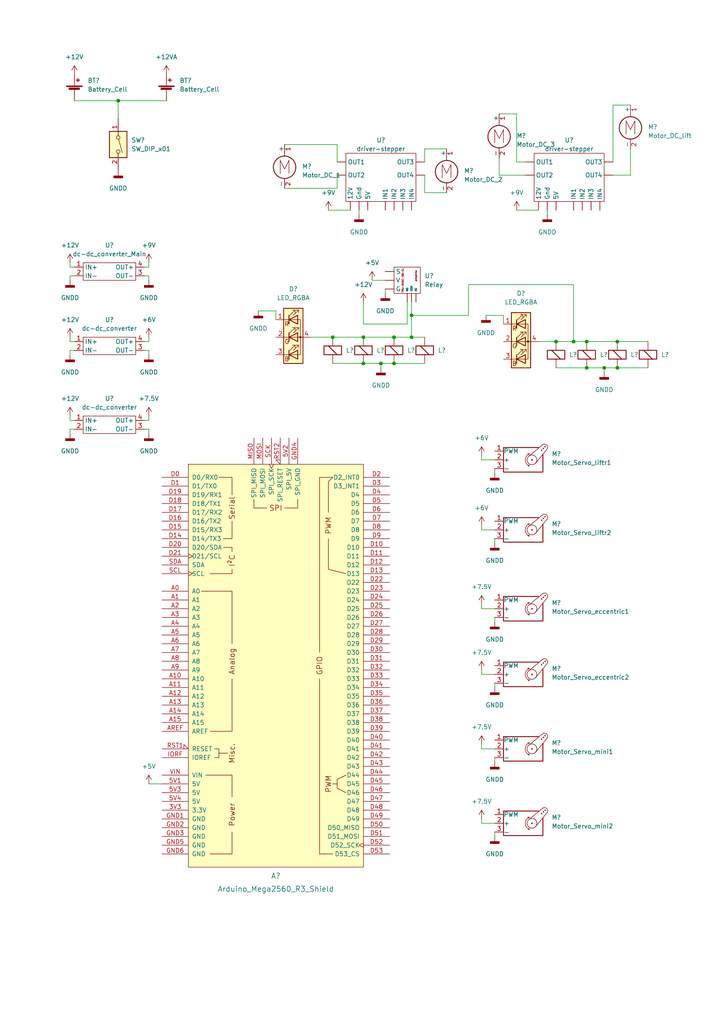
<source format=kicad_sch>
(kicad_sch (version 20211123) (generator eeschema)
  (paper "A4" portrait)
  (lib_symbols
    (symbol "Device:Battery_Cell" (pin_numbers hide) (pin_names (offset 0) hide)
      (property "Reference" "BT" (at 2.54 2.54 0))
      (property "Value" "Battery_Cell" (at 2.54 0 0))
      (symbol "Battery_Cell_0_1"
        (rectangle (start -2.286 1.778) (end 2.286 1.524) (fill (type outline)))
        (rectangle (start -1.5748 1.1938) (end 1.4732 0.6858) (fill (type outline)))
        (polyline (pts (xy 0 0.762) (xy 0 0)))
        (polyline (pts (xy 0 1.778) (xy 0 2.54)))
        (polyline (pts (xy 0.508 3.429) (xy 1.524 3.429)) (stroke (width 0.254)))
        (polyline (pts (xy 1.016 3.937) (xy 1.016 2.921)) (stroke (width 0.254)))
      )
      (symbol "Battery_Cell_1_1"
        (pin passive line (at 0 5.08 270) (length 2.54) (name "+") (number "1"))
        (pin passive line (at 0 -2.54 90) (length 2.54) (name "-") (number "2"))
      )
    )
    (symbol "Device:ElectromagneticActor" (pin_numbers hide) (pin_names (offset 0.0254) hide)
      (property "Reference" "L" (at 1.27 3.81 0))
      (property "Value" "ElectromagneticActor" (at 1.27 -1.27 0))
      (symbol "ElectromagneticActor_0_1"
        (rectangle (start -2.54 2.54) (end 2.54 0) (stroke (width 0.254)))
        (polyline (pts (xy -1.27 2.54) (xy 1.27 0)) (stroke (width 0.254)))
      )
      (symbol "ElectromagneticActor_1_1"
        (pin passive line (at 0 5.08 270) (length 2.54) (name "-") (number "1"))
        (pin passive line (at 0 -2.54 90) (length 2.54) (name "+") (number "2"))
      )
    )
    (symbol "Device:LED_RGBA" (pin_names (offset 0) hide)
      (property "Reference" "D" (at 0 9.398 0))
      (property "Value" "LED_RGBA" (at 0 -8.89 0))
      (symbol "LED_RGBA_0_0"
        (text "B" (at -1.905 -6.35 0) (effects (font (size 1.27 1.27))))
        (text "G" (at -1.905 -1.27 0) (effects (font (size 1.27 1.27))))
        (text "R" (at -1.905 3.81 0) (effects (font (size 1.27 1.27))))
      )
      (symbol "LED_RGBA_0_1"
        (polyline (pts (xy -1.27 -5.08) (xy -2.54 -5.08)))
        (polyline (pts (xy -1.27 -5.08) (xy 1.27 -5.08)))
        (polyline (pts (xy -1.27 -3.81) (xy -1.27 -6.35)) (stroke (width 0.254)))
        (polyline (pts (xy -1.27 0) (xy -2.54 0)))
        (polyline (pts (xy -1.27 1.27) (xy -1.27 -1.27)) (stroke (width 0.254)))
        (polyline (pts (xy -1.27 5.08) (xy -2.54 5.08)))
        (polyline (pts (xy -1.27 5.08) (xy 1.27 5.08)))
        (polyline (pts (xy -1.27 6.35) (xy -1.27 3.81)) (stroke (width 0.254)))
        (polyline (pts (xy 1.27 0) (xy -1.27 0)))
        (polyline (pts (xy 1.27 0) (xy 2.54 0)))
        (polyline (pts (xy -1.27 1.27) (xy -1.27 -1.27) (xy -1.27 -1.27)))
        (polyline (pts (xy -1.27 6.35) (xy -1.27 3.81) (xy -1.27 3.81)))
        (polyline (pts (xy 1.27 -5.08) (xy 2.032 -5.08) (xy 2.032 5.08) (xy 1.27 5.08)))
        (polyline (pts (xy 1.27 -3.81) (xy 1.27 -6.35) (xy -1.27 -5.08) (xy 1.27 -3.81)) (stroke (width 0.254)))
        (polyline (pts (xy 1.27 1.27) (xy 1.27 -1.27) (xy -1.27 0) (xy 1.27 1.27)) (stroke (width 0.254)))
        (polyline (pts (xy 1.27 6.35) (xy 1.27 3.81) (xy -1.27 5.08) (xy 1.27 6.35)) (stroke (width 0.254)))
        (polyline (pts (xy -1.016 -3.81) (xy 0.508 -2.286) (xy -0.254 -2.286) (xy 0.508 -2.286) (xy 0.508 -3.048)))
        (polyline (pts (xy -1.016 1.27) (xy 0.508 2.794) (xy -0.254 2.794) (xy 0.508 2.794) (xy 0.508 2.032)))
        (polyline (pts (xy -1.016 6.35) (xy 0.508 7.874) (xy -0.254 7.874) (xy 0.508 7.874) (xy 0.508 7.112)))
        (polyline (pts (xy 0 -3.81) (xy 1.524 -2.286) (xy 0.762 -2.286) (xy 1.524 -2.286) (xy 1.524 -3.048)))
        (polyline (pts (xy 0 1.27) (xy 1.524 2.794) (xy 0.762 2.794) (xy 1.524 2.794) (xy 1.524 2.032)))
        (polyline (pts (xy 0 6.35) (xy 1.524 7.874) (xy 0.762 7.874) (xy 1.524 7.874) (xy 1.524 7.112)))
        (rectangle (start 1.27 -1.27) (end 1.27 1.27))
        (rectangle (start 1.27 1.27) (end 1.27 1.27))
        (rectangle (start 1.27 3.81) (end 1.27 6.35))
        (rectangle (start 1.27 6.35) (end 1.27 6.35))
        (circle (center 2.032 0) (radius 0.254) (fill (type outline)))
        (rectangle (start 2.794 8.382) (end -2.794 -7.62) (stroke (width 0.254)) (fill (type background)))
      )
      (symbol "LED_RGBA_1_1"
        (pin passive line (at -5.08 5.08 0) (length 2.54) (name "RK") (number "1"))
        (pin passive line (at -5.08 0 0) (length 2.54) (name "GK") (number "2"))
        (pin passive line (at -5.08 -5.08 0) (length 2.54) (name "BK") (number "3"))
        (pin passive line (at 5.08 0 180) (length 2.54) (name "A") (number "4"))
      )
    )
    (symbol "Motor:Motor_DC" (pin_names (offset 0))
      (property "Reference" "M" (at 2.54 2.54 0))
      (property "Value" "Motor_DC" (at 2.54 -5.08 0))
      (symbol "Motor_DC_0_0"
        (polyline (pts (xy -1.27 -3.302) (xy -1.27 0.508) (xy 0 -2.032) (xy 1.27 0.508) (xy 1.27 -3.302)))
      )
      (symbol "Motor_DC_0_1"
        (circle (center 0 -1.524) (radius 3.2512) (stroke (width 0.254)))
        (polyline (pts (xy 0 -7.62) (xy 0 -7.112)))
        (polyline (pts (xy 0 -4.7752) (xy 0 -5.1816)))
        (polyline (pts (xy 0 1.7272) (xy 0 2.0828)))
        (polyline (pts (xy 0 2.032) (xy 0 2.54)))
      )
      (symbol "Motor_DC_1_1"
        (pin passive line (at 0 5.08 270) (length 2.54) (name "+") (number "1"))
        (pin passive line (at 0 -7.62 90) (length 2.54) (name "-") (number "2"))
      )
    )
    (symbol "Motor:Motor_Servo" (pin_names (offset 0.0254))
      (property "Reference" "M" (at -5.08 4.445 0))
      (property "Value" "Motor_Servo" (at -5.08 -4.064 0))
      (symbol "Motor_Servo_0_1"
        (polyline (pts (xy 2.413 -1.778) (xy 2.032 -1.778)))
        (polyline (pts (xy 2.413 -1.778) (xy 2.286 -1.397)))
        (polyline (pts (xy 2.413 1.778) (xy 1.905 1.778)))
        (polyline (pts (xy 2.413 1.778) (xy 2.286 1.397)))
        (polyline (pts (xy 6.35 4.445) (xy 2.54 1.27)))
        (polyline (pts (xy 7.62 3.175) (xy 4.191 -1.016)))
        (polyline (pts (xy 5.08 3.556) (xy -5.08 3.556) (xy -5.08 -3.556) (xy 6.35 -3.556) (xy 6.35 1.524)) (stroke (width 0.254)))
        (arc (start 2.413 1.778) (mid 1.2406 0) (end 2.413 -1.778))
        (circle (center 3.175 0) (radius 0.1778))
        (circle (center 3.175 0) (radius 1.4224))
        (circle (center 5.969 2.794) (radius 0.127))
        (circle (center 6.477 3.302) (radius 0.127))
        (circle (center 6.985 3.81) (radius 0.127))
        (arc (start 7.62 3.175) (mid 7.4485 4.2735) (end 6.35 4.445))
      )
      (symbol "Motor_Servo_1_1"
        (pin passive line (at -7.62 2.54 0) (length 2.54) (name "PWM") (number "1"))
        (pin passive line (at -7.62 0 0) (length 2.54) (name "+") (number "2"))
        (pin passive line (at -7.62 -2.54 0) (length 2.54) (name "-") (number "3"))
      )
    )
    (symbol "New_Library:driver-stepper"
      (property "Reference" "U" (at 0 0 0))
      (property "Value" "driver-stepper" (at 0 0 0))
      (symbol "driver-stepper_0_1"
        (rectangle (start -8.89 -1.27) (end 11.43 -15.24))
      )
      (symbol "driver-stepper_1_1"
        (pin input line (at -7.62 -17.78 90) (length 2.54) (name "12V") (number ""))
        (pin input line (at -2.54 -17.78 90) (length 2.54) (name "5V") (number ""))
        (pin input line (at -5.08 -17.78 90) (length 2.54) (name "Gnd") (number ""))
        (pin input line (at 2.54 -17.78 90) (length 2.54) (name "IN1") (number ""))
        (pin input line (at 5.08 -17.78 90) (length 2.54) (name "IN2") (number ""))
        (pin input line (at 7.62 -17.78 90) (length 2.54) (name "IN3") (number ""))
        (pin input line (at 10.16 -17.78 90) (length 2.54) (name "IN4") (number ""))
        (pin output line (at -11.43 -3.81 0) (length 2.54) (name "OUT1") (number ""))
        (pin output line (at -11.43 -7.62 0) (length 2.54) (name "OUT2") (number ""))
        (pin output line (at 13.97 -3.81 180) (length 2.54) (name "OUT3") (number ""))
        (pin output line (at 13.97 -7.62 180) (length 2.54) (name "OUT4") (number ""))
      )
    )
    (symbol "Switch:SW_DIP_x01" (pin_names (offset 0) hide)
      (property "Reference" "SW" (at 0 3.81 0))
      (property "Value" "SW_DIP_x01" (at 0 -3.81 0))
      (symbol "SW_DIP_x01_0_0"
        (circle (center -2.032 0) (radius 0.508))
        (polyline (pts (xy -1.524 0.127) (xy 2.3622 1.1684)))
        (circle (center 2.032 0) (radius 0.508))
      )
      (symbol "SW_DIP_x01_0_1"
        (rectangle (start -3.81 2.54) (end 3.81 -2.54) (stroke (width 0.254)) (fill (type background)))
      )
      (symbol "SW_DIP_x01_1_1"
        (pin passive line (at -7.62 0 0) (length 5.08) (name "~") (number "1"))
        (pin passive line (at 7.62 0 180) (length 5.08) (name "~") (number "2"))
      )
    )
    (symbol "arduino-library:Arduino_Mega2560_R3_Shield" (pin_names (offset 1.016))
      (property "Reference" "A" (at 0 -62.23 0))
      (property "Value" "Arduino_Mega2560_R3_Shield" (at 0 -66.04 0))
      (symbol "Arduino_Mega2560_R3_Shield_0_0"
        (rectangle (start -25.4 -58.42) (end 25.4 58.42) (fill (type background)))
        (rectangle (start -20.32 -31.75) (end -12.7 -31.75))
        (rectangle (start -19.05 -54.61) (end -12.7 -54.61))
        (rectangle (start -19.05 -19.05) (end -12.7 -19.05))
        (rectangle (start -19.05 26.67) (end -12.7 26.67))
        (rectangle (start -17.78 -26.67) (end -16.51 -26.67))
        (rectangle (start -17.78 -24.13) (end -16.51 -24.13))
        (rectangle (start -16.51 -25.4) (end -13.97 -25.4))
        (rectangle (start -16.51 -24.13) (end -16.51 -26.67))
        (rectangle (start -16.51 54.61) (end -12.7 54.61))
        (rectangle (start -15.24 34.29) (end -12.7 34.29))
        (rectangle (start -15.24 36.83) (end -12.7 36.83))
        (rectangle (start -12.7 -54.61) (end -12.7 -48.26))
        (rectangle (start -12.7 -31.75) (end -12.7 -38.1))
        (rectangle (start -12.7 26.67) (end -12.7 27.94))
        (rectangle (start -12.7 34.29) (end -12.7 33.02))
        (rectangle (start -12.7 41.91) (end -12.7 36.83))
        (rectangle (start -12.7 49.53) (end -12.7 54.61))
        (rectangle (start -6.35 48.26) (end -6.35 45.72))
        (rectangle (start -2.54 45.72) (end -6.35 45.72))
        (polyline (pts (xy -21.59 21.59) (xy -12.7 21.59)))
        (polyline (pts (xy -12.7 -19.05) (xy -12.7 -3.81)))
        (polyline (pts (xy -12.7 6.35) (xy -12.7 21.59)))
        (polyline (pts (xy 12.7 -54.61) (xy 16.51 -54.61)))
        (polyline (pts (xy 12.7 54.61) (xy 16.51 54.61)))
        (polyline (pts (xy 17.78 -34.29) (xy 16.51 -34.29)))
        (polyline (pts (xy 15.24 36.83) (xy 15.24 27.94) (xy 20.32 26.67)))
        (polyline (pts (xy 15.24 44.45) (xy 15.24 53.34) (xy 16.51 54.61)))
        (polyline (pts (xy 20.32 -31.75) (xy 17.78 -33.02) (xy 17.78 -35.56) (xy 20.32 -36.83)))
        (rectangle (start 6.35 45.72) (end 2.54 45.72))
        (rectangle (start 6.35 48.26) (end 6.35 45.72))
        (text "Analog" (at -12.7 1.27 900) (effects (font (size 1.524 1.524))))
        (text "I²C" (at -12.7 30.48 900) (effects (font (size 1.524 1.524))))
        (text "Misc." (at -12.7 -25.4 900) (effects (font (size 1.524 1.524))))
        (text "Power" (at -12.7 -43.18 900) (effects (font (size 1.524 1.524))))
        (text "PWM" (at 15.24 -34.29 900) (effects (font (size 1.524 1.524))))
        (text "PWM" (at 15.24 40.64 900) (effects (font (size 1.524 1.524))))
        (text "Serial" (at -12.7 45.72 900) (effects (font (size 1.524 1.524))))
        (text "SPI" (at 0 45.72 0) (effects (font (size 1.524 1.524))))
      )
      (symbol "Arduino_Mega2560_R3_Shield_1_0"
        (rectangle (start 12.7 -54.61) (end 12.7 -3.81))
        (rectangle (start 12.7 54.61) (end 12.7 3.81))
        (text "GPIO" (at 12.7 0 900) (effects (font (size 1.524 1.524))))
      )
      (symbol "Arduino_Mega2560_R3_Shield_1_1"
        (pin power_out line (at -33.02 -41.91 0) (length 7.62) (name "3.3V") (number "3V3"))
        (pin power_in line (at -33.02 -34.29 0) (length 7.62) (name "5V") (number "5V1"))
        (pin power_in line (at 3.81 66.04 270) (length 7.62) (name "SPI_5V") (number "5V2"))
        (pin power_in line (at -33.02 -36.83 0) (length 7.62) (name "5V") (number "5V3"))
        (pin power_in line (at -33.02 -39.37 0) (length 7.62) (name "5V") (number "5V4"))
        (pin bidirectional line (at -33.02 21.59 0) (length 7.62) (name "A0") (number "A0"))
        (pin bidirectional line (at -33.02 19.05 0) (length 7.62) (name "A1") (number "A1"))
        (pin bidirectional line (at -33.02 -3.81 0) (length 7.62) (name "A10") (number "A10"))
        (pin bidirectional line (at -33.02 -6.35 0) (length 7.62) (name "A11") (number "A11"))
        (pin bidirectional line (at -33.02 -8.89 0) (length 7.62) (name "A12") (number "A12"))
        (pin bidirectional line (at -33.02 -11.43 0) (length 7.62) (name "A13") (number "A13"))
        (pin bidirectional line (at -33.02 -13.97 0) (length 7.62) (name "A14") (number "A14"))
        (pin bidirectional line (at -33.02 -16.51 0) (length 7.62) (name "A15") (number "A15"))
        (pin bidirectional line (at -33.02 16.51 0) (length 7.62) (name "A2") (number "A2"))
        (pin bidirectional line (at -33.02 13.97 0) (length 7.62) (name "A3") (number "A3"))
        (pin bidirectional line (at -33.02 11.43 0) (length 7.62) (name "A4") (number "A4"))
        (pin bidirectional line (at -33.02 8.89 0) (length 7.62) (name "A5") (number "A5"))
        (pin bidirectional line (at -33.02 6.35 0) (length 7.62) (name "A6") (number "A6"))
        (pin bidirectional line (at -33.02 3.81 0) (length 7.62) (name "A7") (number "A7"))
        (pin bidirectional line (at -33.02 1.27 0) (length 7.62) (name "A8") (number "A8"))
        (pin bidirectional line (at -33.02 -1.27 0) (length 7.62) (name "A9") (number "A9"))
        (pin input line (at -33.02 -19.05 0) (length 7.62) (name "AREF") (number "AREF"))
        (pin bidirectional line (at -33.02 54.61 0) (length 7.62) (name "D0/RX0") (number "D0"))
        (pin bidirectional line (at -33.02 52.07 0) (length 7.62) (name "D1/TX0") (number "D1"))
        (pin bidirectional line (at 33.02 34.29 180) (length 7.62) (name "D10") (number "D10"))
        (pin bidirectional line (at 33.02 31.75 180) (length 7.62) (name "D11") (number "D11"))
        (pin bidirectional line (at 33.02 29.21 180) (length 7.62) (name "D12") (number "D12"))
        (pin bidirectional line (at 33.02 26.67 180) (length 7.62) (name "D13") (number "D13"))
        (pin bidirectional line (at -33.02 36.83 0) (length 7.62) (name "D14/TX3") (number "D14"))
        (pin bidirectional line (at -33.02 39.37 0) (length 7.62) (name "D15/RX3") (number "D15"))
        (pin bidirectional line (at -33.02 41.91 0) (length 7.62) (name "D16/TX2") (number "D16"))
        (pin bidirectional line (at -33.02 44.45 0) (length 7.62) (name "D17/RX2") (number "D17"))
        (pin bidirectional line (at -33.02 46.99 0) (length 7.62) (name "D18/TX1") (number "D18"))
        (pin bidirectional line (at -33.02 49.53 0) (length 7.62) (name "D19/RX1") (number "D19"))
        (pin bidirectional line (at 33.02 54.61 180) (length 7.62) (name "D2_INT0") (number "D2"))
        (pin bidirectional line (at -33.02 34.29 0) (length 7.62) (name "D20/SDA") (number "D20"))
        (pin bidirectional clock (at -33.02 31.75 0) (length 7.62) (name "D21/SCL") (number "D21"))
        (pin bidirectional line (at 33.02 24.13 180) (length 7.62) (name "D22") (number "D22"))
        (pin bidirectional line (at 33.02 21.59 180) (length 7.62) (name "D23") (number "D23"))
        (pin bidirectional line (at 33.02 19.05 180) (length 7.62) (name "D24") (number "D24"))
        (pin bidirectional line (at 33.02 16.51 180) (length 7.62) (name "D25") (number "D25"))
        (pin bidirectional line (at 33.02 13.97 180) (length 7.62) (name "D26") (number "D26"))
        (pin bidirectional line (at 33.02 11.43 180) (length 7.62) (name "D27") (number "D27"))
        (pin bidirectional line (at 33.02 8.89 180) (length 7.62) (name "D28") (number "D28"))
        (pin bidirectional line (at 33.02 6.35 180) (length 7.62) (name "D29") (number "D29"))
        (pin bidirectional line (at 33.02 52.07 180) (length 7.62) (name "D3_INT1") (number "D3"))
        (pin bidirectional line (at 33.02 3.81 180) (length 7.62) (name "D30") (number "D30"))
        (pin bidirectional line (at 33.02 1.27 180) (length 7.62) (name "D31") (number "D31"))
        (pin bidirectional line (at 33.02 -1.27 180) (length 7.62) (name "D32") (number "D32"))
        (pin bidirectional line (at 33.02 -3.81 180) (length 7.62) (name "D33") (number "D33"))
        (pin bidirectional line (at 33.02 -6.35 180) (length 7.62) (name "D34") (number "D34"))
        (pin bidirectional line (at 33.02 -8.89 180) (length 7.62) (name "D35") (number "D35"))
        (pin bidirectional line (at 33.02 -11.43 180) (length 7.62) (name "D36") (number "D36"))
        (pin bidirectional line (at 33.02 -13.97 180) (length 7.62) (name "D37") (number "D37"))
        (pin bidirectional line (at 33.02 -16.51 180) (length 7.62) (name "D38") (number "D38"))
        (pin bidirectional line (at 33.02 -19.05 180) (length 7.62) (name "D39") (number "D39"))
        (pin bidirectional line (at 33.02 49.53 180) (length 7.62) (name "D4") (number "D4"))
        (pin bidirectional line (at 33.02 -21.59 180) (length 7.62) (name "D40") (number "D40"))
        (pin bidirectional line (at 33.02 -24.13 180) (length 7.62) (name "D41") (number "D41"))
        (pin bidirectional line (at 33.02 -26.67 180) (length 7.62) (name "D42") (number "D42"))
        (pin bidirectional line (at 33.02 -29.21 180) (length 7.62) (name "D43") (number "D43"))
        (pin bidirectional line (at 33.02 -31.75 180) (length 7.62) (name "D44") (number "D44"))
        (pin bidirectional line (at 33.02 -34.29 180) (length 7.62) (name "D45") (number "D45"))
        (pin bidirectional line (at 33.02 -36.83 180) (length 7.62) (name "D46") (number "D46"))
        (pin bidirectional line (at 33.02 -39.37 180) (length 7.62) (name "D47") (number "D47"))
        (pin bidirectional line (at 33.02 -41.91 180) (length 7.62) (name "D48") (number "D48"))
        (pin bidirectional line (at 33.02 -44.45 180) (length 7.62) (name "D49") (number "D49"))
        (pin bidirectional line (at 33.02 46.99 180) (length 7.62) (name "D5") (number "D5"))
        (pin bidirectional line (at 33.02 -46.99 180) (length 7.62) (name "D50_MISO") (number "D50"))
        (pin bidirectional line (at 33.02 -49.53 180) (length 7.62) (name "D51_MOSI") (number "D51"))
        (pin bidirectional clock (at 33.02 -52.07 180) (length 7.62) (name "D52_SCK") (number "D52"))
        (pin bidirectional line (at 33.02 -54.61 180) (length 7.62) (name "D53_CS") (number "D53"))
        (pin bidirectional line (at 33.02 44.45 180) (length 7.62) (name "D6") (number "D6"))
        (pin bidirectional line (at 33.02 41.91 180) (length 7.62) (name "D7") (number "D7"))
        (pin bidirectional line (at 33.02 39.37 180) (length 7.62) (name "D8") (number "D8"))
        (pin bidirectional line (at 33.02 36.83 180) (length 7.62) (name "D9") (number "D9"))
        (pin power_in line (at -33.02 -44.45 0) (length 7.62) (name "GND") (number "GND1"))
        (pin power_in line (at -33.02 -46.99 0) (length 7.62) (name "GND") (number "GND2"))
        (pin power_in line (at -33.02 -49.53 0) (length 7.62) (name "GND") (number "GND3"))
        (pin power_in line (at 6.35 66.04 270) (length 7.62) (name "SPI_GND") (number "GND4"))
        (pin power_in line (at -33.02 -52.07 0) (length 7.62) (name "GND") (number "GND5"))
        (pin power_in line (at -33.02 -54.61 0) (length 7.62) (name "GND") (number "GND6"))
        (pin output line (at -33.02 -26.67 0) (length 7.62) (name "IOREF") (number "IORF"))
        (pin input line (at -6.35 66.04 270) (length 7.62) (name "SPI_MISO") (number "MISO"))
        (pin output line (at -3.81 66.04 270) (length 7.62) (name "SPI_MOSI") (number "MOSI"))
        (pin open_collector input_low (at -33.02 -24.13 0) (length 7.62) (name "RESET") (number "RST1"))
        (pin open_collector input_low (at 1.27 66.04 270) (length 7.62) (name "SPI_RESET") (number "RST2"))
        (pin output clock (at -1.27 66.04 270) (length 7.62) (name "SPI_SCK") (number "SCK"))
        (pin bidirectional clock (at -33.02 26.67 0) (length 7.62) (name "SCL") (number "SCL"))
        (pin bidirectional line (at -33.02 29.21 0) (length 7.62) (name "SDA") (number "SDA"))
        (pin power_in line (at -33.02 -31.75 0) (length 7.62) (name "VIN") (number "VIN"))
      )
    )
    (symbol "dc-dc_converter:dc-dc_converter"
      (property "Reference" "U" (at 0 0 0))
      (property "Value" "dc-dc_converter" (at 0 0 0))
      (symbol "dc-dc_converter_0_1"
        (rectangle (start -7.62 -7.62) (end 7.62 -2.54))
      )
      (symbol "dc-dc_converter_1_1"
        (pin input line (at -10.16 -3.81 0) (length 2.54) (name "IN+") (number "1"))
        (pin input line (at -10.16 -6.35 0) (length 2.54) (name "IN-") (number "2"))
        (pin output line (at 10.16 -6.35 180) (length 2.54) (name "OUT-") (number "3"))
        (pin output line (at 10.16 -3.81 180) (length 2.54) (name "OUT+") (number "4"))
      )
    )
    (symbol "power:+12V" (power) (pin_names (offset 0))
      (property "Value" "+12V" (at 0 3.556 0))
      (symbol "+12V_0_1"
        (polyline (pts (xy -0.762 1.27) (xy 0 2.54)))
        (polyline (pts (xy 0 0) (xy 0 2.54)))
        (polyline (pts (xy 0 2.54) (xy 0.762 1.27)))
      )
      (symbol "+12V_1_1"
        (pin power_in line (at 0 0 90) (length 0) hide (name "+12V") (number "1"))
      )
    )
    (symbol "power:+12VA" (power) (pin_names (offset 0))
      (property "Value" "+12VA" (at 0 3.556 0))
      (symbol "+12VA_0_1"
        (polyline (pts (xy -0.762 1.27) (xy 0 2.54)))
        (polyline (pts (xy 0 0) (xy 0 2.54)))
        (polyline (pts (xy 0 2.54) (xy 0.762 1.27)))
      )
      (symbol "+12VA_1_1"
        (pin power_in line (at 0 0 90) (length 0) hide (name "+12VA") (number "1"))
      )
    )
    (symbol "power:+5V" (power) (pin_names (offset 0))
      (property "Value" "+5V" (at 0 3.556 0))
      (symbol "+5V_0_1"
        (polyline (pts (xy -0.762 1.27) (xy 0 2.54)))
        (polyline (pts (xy 0 0) (xy 0 2.54)))
        (polyline (pts (xy 0 2.54) (xy 0.762 1.27)))
      )
      (symbol "+5V_1_1"
        (pin power_in line (at 0 0 90) (length 0) hide (name "+5V") (number "1"))
      )
    )
    (symbol "power:+6V" (power) (pin_names (offset 0))
      (property "Value" "+6V" (at 0 3.556 0))
      (symbol "+6V_0_1"
        (polyline (pts (xy -0.762 1.27) (xy 0 2.54)))
        (polyline (pts (xy 0 0) (xy 0 2.54)))
        (polyline (pts (xy 0 2.54) (xy 0.762 1.27)))
      )
      (symbol "+6V_1_1"
        (pin power_in line (at 0 0 90) (length 0) hide (name "+6V") (number "1"))
      )
    )
    (symbol "power:+7.5V" (power) (pin_names (offset 0))
      (property "Value" "+7.5V" (at 0 3.556 0))
      (symbol "+7.5V_0_1"
        (polyline (pts (xy -0.762 1.27) (xy 0 2.54)))
        (polyline (pts (xy 0 0) (xy 0 2.54)))
        (polyline (pts (xy 0 2.54) (xy 0.762 1.27)))
      )
      (symbol "+7.5V_1_1"
        (pin power_in line (at 0 0 90) (length 0) hide (name "+7.5V") (number "1"))
      )
    )
    (symbol "power:+9V" (power) (pin_names (offset 0))
      (property "Value" "+9V" (at 0 3.556 0))
      (symbol "+9V_0_1"
        (polyline (pts (xy -0.762 1.27) (xy 0 2.54)))
        (polyline (pts (xy 0 0) (xy 0 2.54)))
        (polyline (pts (xy 0 2.54) (xy 0.762 1.27)))
      )
      (symbol "+9V_1_1"
        (pin power_in line (at 0 0 90) (length 0) hide (name "+9V") (number "1"))
      )
    )
    (symbol "power:GNDD" (power) (pin_names (offset 0))
      (property "Value" "GNDD" (at 0 -3.175 0))
      (symbol "GNDD_0_1"
        (rectangle (start -1.27 -1.524) (end 1.27 -2.032) (stroke (width 0.254)) (fill (type outline)))
        (polyline (pts (xy 0 0) (xy 0 -1.524)))
      )
      (symbol "GNDD_1_1"
        (pin power_in line (at 0 0 270) (length 0) hide (name "GNDD") (number "1"))
      )
    )
    (symbol "predprof:Relay"
      (property "Reference" "U" (at 0 0 0))
      (property "Value" "Relay" (at 0 0 0))
      (symbol "Relay_0_0"
        (text "amperka" (at 1.27 2.54 0) (effects (font (size 0.5 0.5) italic)))
        (text "TRU-5VDC-SB-CL" (at 0 6.35 0) (effects (font (size 0.5 0.5))))
      )
      (symbol "Relay_0_1"
        (rectangle (start -3.81 8.89) (end 3.81 1.27))
      )
      (symbol "Relay_1_1"
        (pin output line (at -6.35 3.81 0) (length 2.54) (name "COM") (number ""))
        (pin input line (at -2.54 11.43 270) (length 2.54) (name "G") (number ""))
        (pin output line (at -6.35 2.54 0) (length 2.54) (name "NC") (number ""))
        (pin output line (at -6.35 5.08 0) (length 2.54) (name "NO") (number ""))
        (pin input line (at 2.54 11.43 270) (length 2.54) (name "S") (number ""))
        (pin input line (at 0 11.43 270) (length 2.54) (name "V") (number ""))
      )
    )
  )
  (junction (at 179.07 106.68))
  (junction (at 166.37 99.06))
  (junction (at 96.52 97.79))
  (junction (at 119.38 97.79))
  (junction (at 114.3 97.79))
  (junction (at 110.49 105.41))
  (junction (at 175.26 106.68))
  (junction (at 105.41 105.41))
  (junction (at 34.29 29.21))
  (junction (at 105.41 97.79))
  (junction (at 114.3 105.41))
  (junction (at 161.29 99.06))
  (junction (at 179.07 99.06))
  (junction (at 170.18 99.06))
  (junction (at 170.18 106.68))
  (junction (at 119.38 91.44))
  (wire (pts (xy 119.38 87.63) (xy 119.38 91.44)))
  (wire (pts (xy 143.51 179.07) (xy 143.51 180.34)))
  (wire (pts (xy 135.89 82.55) (xy 166.37 82.55)))
  (wire (pts (xy 110.49 105.41) (xy 110.49 106.68)))
  (wire (pts (xy 96.52 97.79) (xy 105.41 97.79)))
  (wire (pts (xy 175.26 106.68) (xy 175.26 107.95)))
  (wire (pts (xy 139.7 217.17) (xy 143.51 217.17)))
  (wire (pts (xy 97.79 41.91) (xy 82.55 41.91)))
  (wire (pts (xy 20.32 101.6) (xy 20.32 102.87)))
  (wire (pts (xy 21.59 99.06) (xy 20.32 99.06)))
  (wire (pts (xy 143.51 198.12) (xy 143.51 199.39)))
  (wire (pts (xy 41.91 99.06) (xy 43.18 99.06)))
  (wire (pts (xy 20.32 77.47) (xy 20.32 76.2)))
  (wire (pts (xy 161.29 99.06) (xy 166.37 99.06)))
  (wire (pts (xy 105.41 97.79) (xy 114.3 97.79)))
  (wire (pts (xy 43.18 80.01) (xy 41.91 80.01)))
  (wire (pts (xy 143.51 156.21) (xy 143.51 157.48)))
  (wire (pts (xy 139.7 153.67) (xy 143.51 153.67)))
  (wire (pts (xy 21.59 121.92) (xy 20.32 121.92)))
  (wire (pts (xy 20.32 124.46) (xy 20.32 125.73)))
  (wire (pts (xy 21.59 101.6) (xy 20.32 101.6)))
  (wire (pts (xy 175.26 106.68) (xy 179.07 106.68)))
  (wire (pts (xy 139.7 152.4) (xy 139.7 153.67)))
  (wire (pts (xy 123.19 43.18) (xy 129.54 43.18)))
  (wire (pts (xy 123.19 46.99) (xy 123.19 43.18)))
  (wire (pts (xy 97.79 54.61) (xy 82.55 54.61)))
  (wire (pts (xy 104.14 60.96) (xy 104.14 62.23)))
  (wire (pts (xy 20.32 80.01) (xy 20.32 81.28)))
  (wire (pts (xy 96.52 105.41) (xy 105.41 105.41)))
  (wire (pts (xy 110.49 105.41) (xy 114.3 105.41)))
  (wire (pts (xy 80.01 90.17) (xy 80.01 92.71)))
  (wire (pts (xy 139.7 195.58) (xy 143.51 195.58)))
  (wire (pts (xy 123.19 50.8) (xy 123.19 55.88)))
  (wire (pts (xy 43.18 124.46) (xy 43.18 125.73)))
  (wire (pts (xy 114.3 97.79) (xy 119.38 97.79)))
  (wire (pts (xy 21.59 77.47) (xy 20.32 77.47)))
  (wire (pts (xy 105.41 105.41) (xy 110.49 105.41)))
  (wire (pts (xy 119.38 91.44) (xy 119.38 97.79)))
  (wire (pts (xy 118.11 87.63) (xy 118.11 93.98)))
  (wire (pts (xy 143.51 219.71) (xy 143.51 220.98)))
  (wire (pts (xy 143.51 135.89) (xy 143.51 137.16)))
  (wire (pts (xy 161.29 106.68) (xy 170.18 106.68)))
  (wire (pts (xy 21.59 80.01) (xy 20.32 80.01)))
  (wire (pts (xy 139.7 215.9) (xy 139.7 217.17)))
  (wire (pts (xy 119.38 91.44) (xy 135.89 91.44)))
  (wire (pts (xy 43.18 124.46) (xy 41.91 124.46)))
  (wire (pts (xy 149.86 46.99) (xy 149.86 33.02)))
  (wire (pts (xy 143.51 241.3) (xy 143.51 242.57)))
  (wire (pts (xy 139.7 237.49) (xy 139.7 238.76)))
  (wire (pts (xy 177.8 30.48) (xy 182.88 30.48)))
  (wire (pts (xy 177.8 50.8) (xy 182.88 50.8)))
  (wire (pts (xy 74.93 90.17) (xy 80.01 90.17)))
  (wire (pts (xy 105.41 93.98) (xy 105.41 87.63)))
  (wire (pts (xy 97.79 50.8) (xy 97.79 54.61)))
  (wire (pts (xy 177.8 46.99) (xy 177.8 30.48)))
  (wire (pts (xy 170.18 99.06) (xy 179.07 99.06)))
  (wire (pts (xy 139.7 238.76) (xy 143.51 238.76)))
  (wire (pts (xy 34.29 29.21) (xy 48.26 29.21)))
  (wire (pts (xy 21.59 29.21) (xy 34.29 29.21)))
  (wire (pts (xy 158.75 60.96) (xy 158.75 62.23)))
  (wire (pts (xy 156.21 99.06) (xy 161.29 99.06)))
  (wire (pts (xy 43.18 77.47) (xy 43.18 76.2)))
  (wire (pts (xy 140.97 91.44) (xy 146.05 91.44)))
  (wire (pts (xy 114.3 105.41) (xy 123.19 105.41)))
  (wire (pts (xy 21.59 124.46) (xy 20.32 124.46)))
  (wire (pts (xy 43.18 101.6) (xy 43.18 102.87)))
  (wire (pts (xy 139.7 176.53) (xy 143.51 176.53)))
  (wire (pts (xy 95.25 60.96) (xy 101.6 60.96)))
  (wire (pts (xy 43.18 101.6) (xy 41.91 101.6)))
  (wire (pts (xy 139.7 133.35) (xy 143.51 133.35)))
  (wire (pts (xy 166.37 82.55) (xy 166.37 99.06)))
  (wire (pts (xy 146.05 91.44) (xy 146.05 93.98)))
  (wire (pts (xy 135.89 91.44) (xy 135.89 82.55)))
  (wire (pts (xy 149.86 60.96) (xy 156.21 60.96)))
  (wire (pts (xy 179.07 106.68) (xy 187.96 106.68)))
  (wire (pts (xy 43.18 227.33) (xy 46.99 227.33)))
  (wire (pts (xy 166.37 99.06) (xy 170.18 99.06)))
  (wire (pts (xy 111.76 83.82) (xy 111.76 85.09)))
  (wire (pts (xy 139.7 194.31) (xy 139.7 195.58)))
  (wire (pts (xy 152.4 46.99) (xy 149.86 46.99)))
  (wire (pts (xy 43.18 99.06) (xy 43.18 97.79)))
  (wire (pts (xy 41.91 121.92) (xy 43.18 121.92)))
  (wire (pts (xy 170.18 106.68) (xy 175.26 106.68)))
  (wire (pts (xy 90.17 97.79) (xy 96.52 97.79)))
  (wire (pts (xy 139.7 175.26) (xy 139.7 176.53)))
  (wire (pts (xy 20.32 121.92) (xy 20.32 120.65)))
  (wire (pts (xy 20.32 99.06) (xy 20.32 97.79)))
  (wire (pts (xy 43.18 80.01) (xy 43.18 81.28)))
  (wire (pts (xy 182.88 50.8) (xy 182.88 43.18)))
  (wire (pts (xy 139.7 132.08) (xy 139.7 133.35)))
  (wire (pts (xy 179.07 99.06) (xy 187.96 99.06)))
  (wire (pts (xy 97.79 46.99) (xy 97.79 41.91)))
  (wire (pts (xy 118.11 93.98) (xy 105.41 93.98)))
  (wire (pts (xy 119.38 97.79) (xy 123.19 97.79)))
  (wire (pts (xy 149.86 33.02) (xy 144.78 33.02)))
  (wire (pts (xy 144.78 50.8) (xy 144.78 45.72)))
  (wire (pts (xy 41.91 77.47) (xy 43.18 77.47)))
  (wire (pts (xy 107.95 81.28) (xy 111.76 81.28)))
  (wire (pts (xy 43.18 121.92) (xy 43.18 120.65)))
  (wire (pts (xy 152.4 50.8) (xy 144.78 50.8)))
  (wire (pts (xy 34.29 29.21) (xy 34.29 34.29)))
  (wire (pts (xy 123.19 55.88) (xy 129.54 55.88)))
  (symbol (lib_id "power:+7.5V") (at 139.7 194.31 0) (unit 1)
    (property "Reference" "#PWR?" (effects hide))
    (property "Value" "+7.5V" (at 139.7 189.23 0))
  )
  (symbol (lib_id "Device:ElectromagneticActor") (at 161.29 104.14 0) (unit 1)
    (property "Reference" "L?" (at 165.1 102.8699 0) (effects (justify left)))
    (property "Value" "ElectromagneticActor" (effects hide))
  )
  (symbol (lib_id "New_Library:driver-stepper") (at 163.83 43.18 0) (unit 1)
    (property "Reference" "U?" (at 165.1 40.64 0))
    (property "Value" "driver-stepper" (at 165.1 43.18 0))
  )
  (symbol (lib_id "power:+12V") (at 21.59 21.59 0) (unit 1)
    (property "Reference" "#PWR?" (effects hide))
    (property "Value" "+12V" (at 21.59 16.51 0))
  )
  (symbol (lib_id "Device:ElectromagneticActor") (at 179.07 104.14 0) (unit 1)
    (property "Reference" "L?" (at 182.88 102.8699 0) (effects (justify left)))
    (property "Value" "ElectromagneticActor" (effects hide))
  )
  (symbol (lib_id "power:GNDD") (at 34.29 49.53 0) (unit 1)
    (property "Reference" "#PWR?" (effects hide))
    (property "Value" "GNDD" (at 34.29 54.61 0))
  )
  (symbol (lib_id "Motor:Motor_Servo") (at 151.13 217.17 0) (unit 1)
    (property "Reference" "M?" (at 160.02 215.4665 0) (effects (justify left)))
    (property "Value" "Motor_Servo_mini1" (at 160.02 218.0065 0) (effects (justify left)))
    (property "Datasheet" "http://forums.parallax.com/uploads/attachments/46831/74481.png" (effects hide))
  )
  (symbol (lib_id "Device:ElectromagneticActor") (at 96.52 102.87 0) (unit 1)
    (property "Reference" "L?" (at 100.33 101.5999 0) (effects (justify left)))
    (property "Value" "ElectromagneticActor" (effects hide))
  )
  (symbol (lib_id "Device:ElectromagneticActor") (at 123.19 102.87 0) (unit 1)
    (property "Reference" "L?" (at 127 101.5999 0) (effects (justify left)))
    (property "Value" "ElectromagneticActor" (effects hide))
  )
  (symbol (lib_id "dc-dc_converter:dc-dc_converter") (at 31.75 73.66 0) (unit 1)
    (property "Reference" "U?" (at 31.75 71.12 0))
    (property "Value" "dc-dc_converter_Main" (at 31.75 73.66 0))
    (property "Footprint" "Eurobot_2025:dc-dc Mini360" (effects hide))
  )
  (symbol (lib_id "dc-dc_converter:dc-dc_converter") (at 31.75 118.11 0) (unit 1)
    (property "Reference" "U?" (at 31.75 115.57 0))
    (property "Value" "dc-dc_converter" (at 31.75 118.11 0))
    (property "Footprint" "Eurobot_2025:dc-dc Mini360" (effects hide))
  )
  (symbol (lib_id "power:+12V") (at 105.41 87.63 0) (unit 1)
    (property "Reference" "#PWR?" (effects hide))
    (property "Value" "+12V" (at 105.41 82.55 0))
  )
  (symbol (lib_id "power:GNDD") (at 43.18 102.87 0) (unit 1)
    (property "Reference" "#PWR?" (effects hide))
    (property "Value" "GNDD" (at 43.18 107.95 0))
  )
  (symbol (lib_id "power:+6V") (at 139.7 152.4 0) (unit 1)
    (property "Reference" "#PWR?" (effects hide))
    (property "Value" "+6V" (at 139.7 147.32 0))
  )
  (symbol (lib_id "power:+9V") (at 149.86 60.96 0) (unit 1)
    (property "Reference" "#PWR?" (effects hide))
    (property "Value" "+9V" (at 149.86 55.88 0))
  )
  (symbol (lib_id "power:+9V") (at 43.18 76.2 0) (unit 1)
    (property "Reference" "#PWR?" (effects hide))
    (property "Value" "+9V" (at 43.18 71.12 0))
  )
  (symbol (lib_id "Motor:Motor_DC") (at 82.55 46.99 0) (unit 1)
    (property "Reference" "M?" (at 87.63 48.2599 0) (effects (justify left)))
    (property "Value" "Motor_DC_1" (at 87.63 50.7999 0) (effects (justify left)))
  )
  (symbol (lib_id "power:GNDD") (at 143.51 220.98 0) (unit 1)
    (property "Reference" "#PWR?" (effects hide))
    (property "Value" "GNDD" (at 143.51 226.06 0))
  )
  (symbol (lib_id "Motor:Motor_Servo") (at 151.13 195.58 0) (unit 1)
    (property "Reference" "M?" (at 160.02 193.8765 0) (effects (justify left)))
    (property "Value" "Motor_Servo_eccentric2" (at 160.02 196.4165 0) (effects (justify left)))
    (property "Datasheet" "http://forums.parallax.com/uploads/attachments/46831/74481.png" (effects hide))
  )
  (symbol (lib_id "power:GNDD") (at 143.51 199.39 0) (unit 1)
    (property "Reference" "#PWR?" (effects hide))
    (property "Value" "GNDD" (at 143.51 204.47 0))
  )
  (symbol (lib_id "power:GNDD") (at 43.18 81.28 0) (unit 1)
    (property "Reference" "#PWR?" (effects hide))
    (property "Value" "GNDD" (at 43.18 86.36 0))
  )
  (symbol (lib_id "power:GNDD") (at 43.18 125.73 0) (unit 1)
    (property "Reference" "#PWR?" (effects hide))
    (property "Value" "GNDD" (at 43.18 130.81 0))
  )
  (symbol (lib_id "power:+12VA") (at 48.26 21.59 0) (unit 1)
    (property "Reference" "#PWR?" (effects hide))
    (property "Value" "+12VA" (at 48.26 16.51 0))
  )
  (symbol (lib_id "power:GNDD") (at 140.97 91.44 0) (unit 1)
    (property "Reference" "#PWR?" (effects hide))
    (property "Value" "GNDD" (at 140.97 96.52 0))
  )
  (symbol (lib_id "power:GNDD") (at 111.76 85.09 0) (unit 1)
    (property "Reference" "#PWR?" (effects hide))
    (property "Value" "GNDD" (at 111.76 90.17 0))
  )
  (symbol (lib_id "power:+7.5V") (at 43.18 120.65 0) (unit 1)
    (property "Reference" "#PWR?" (effects hide))
    (property "Value" "+7.5V" (at 43.18 115.57 0))
  )
  (symbol (lib_id "Switch:SW_DIP_x01") (at 34.29 41.91 270) (unit 1)
    (property "Reference" "SW?" (at 38.1 40.6399 90) (effects (justify left)))
    (property "Value" "SW_DIP_x01" (at 38.1 43.1799 90) (effects (justify left)))
  )
  (symbol (lib_id "power:+6V") (at 43.18 97.79 0) (unit 1)
    (property "Reference" "#PWR?" (effects hide))
    (property "Value" "+6V" (at 43.18 92.71 0))
  )
  (symbol (lib_id "arduino-library:Arduino_Mega2560_R3_Shield") (at 80.01 193.04 0) (unit 1)
    (property "Reference" "A?" (at 80.01 254 0) (effects (font (size 1.524 1.524))))
    (property "Value" "Arduino_Mega2560_R3_Shield" (at 80.01 257.81 0) (effects (font (size 1.524 1.524))))
    (property "Footprint" "PCM_arduino-library:Arduino_Mega2560_R3_Shield" (effects hide))
    (property "Datasheet" "https://docs.arduino.cc/hardware/mega-2560" (effects hide))
  )
  (symbol (lib_id "power:GNDD") (at 110.49 106.68 0) (unit 1)
    (property "Reference" "#PWR?" (effects hide))
    (property "Value" "GNDD" (at 110.49 111.76 0))
  )
  (symbol (lib_id "Device:ElectromagneticActor") (at 114.3 102.87 0) (unit 1)
    (property "Reference" "L?" (at 118.11 101.5999 0) (effects (justify left)))
    (property "Value" "ElectromagneticActor" (effects hide))
  )
  (symbol (lib_id "Device:ElectromagneticActor") (at 170.18 104.14 0) (unit 1)
    (property "Reference" "L?" (at 173.99 102.8699 0) (effects (justify left)))
    (property "Value" "ElectromagneticActor" (effects hide))
  )
  (symbol (lib_id "power:GNDD") (at 20.32 81.28 0) (unit 1)
    (property "Reference" "#PWR?" (effects hide))
    (property "Value" "GNDD" (at 20.32 86.36 0))
  )
  (symbol (lib_id "Motor:Motor_Servo") (at 151.13 153.67 0) (unit 1)
    (property "Reference" "M?" (at 160.02 151.9665 0) (effects (justify left)))
    (property "Value" "Motor_Servo_liftr2" (at 160.02 154.5065 0) (effects (justify left)))
    (property "Datasheet" "http://forums.parallax.com/uploads/attachments/46831/74481.png" (effects hide))
  )
  (symbol (lib_id "power:GNDD") (at 104.14 62.23 0) (unit 1)
    (property "Reference" "#PWR?" (effects hide))
    (property "Value" "GNDD" (at 104.14 67.31 0))
  )
  (symbol (lib_id "power:GNDD") (at 143.51 242.57 0) (unit 1)
    (property "Reference" "#PWR?" (effects hide))
    (property "Value" "GNDD" (at 143.51 247.65 0))
  )
  (symbol (lib_id "power:GNDD") (at 175.26 107.95 0) (unit 1)
    (property "Reference" "#PWR?" (effects hide))
    (property "Value" "GNDD" (at 175.26 113.03 0))
  )
  (symbol (lib_id "dc-dc_converter:dc-dc_converter") (at 31.75 95.25 0) (unit 1)
    (property "Reference" "U?" (at 31.75 92.71 0))
    (property "Value" "dc-dc_converter" (at 31.75 95.25 0))
    (property "Footprint" "Eurobot_2025:dc-dc Mini360" (effects hide))
  )
  (symbol (lib_id "Device:ElectromagneticActor") (at 105.41 102.87 0) (unit 1)
    (property "Reference" "L?" (at 109.22 101.5999 0) (effects (justify left)))
    (property "Value" "ElectromagneticActor" (effects hide))
  )
  (symbol (lib_id "Motor:Motor_DC") (at 144.78 38.1 0) (unit 1)
    (property "Reference" "M?" (at 149.86 39.3699 0) (effects (justify left)))
    (property "Value" "Motor_DC_3" (at 149.86 41.9099 0) (effects (justify left)))
  )
  (symbol (lib_id "Device:LED_RGBA") (at 85.09 97.79 0) (unit 1)
    (property "Reference" "D?" (at 85.09 83.82 0))
    (property "Value" "LED_RGBA" (at 85.09 86.36 0))
  )
  (symbol (lib_id "Device:Battery_Cell") (at 48.26 26.67 0) (unit 1)
    (property "Reference" "BT?" (at 52.07 23.3679 0) (effects (justify left)))
    (property "Value" "Battery_Cell" (at 52.07 25.9079 0) (effects (justify left)))
  )
  (symbol (lib_id "power:GNDD") (at 143.51 180.34 0) (unit 1)
    (property "Reference" "#PWR?" (effects hide))
    (property "Value" "GNDD" (at 143.51 185.42 0))
  )
  (symbol (lib_id "power:GNDD") (at 143.51 137.16 0) (unit 1)
    (property "Reference" "#PWR?" (effects hide))
    (property "Value" "GNDD" (at 143.51 142.24 0))
  )
  (symbol (lib_id "predprof:Relay") (at 123.19 81.28 90) (unit 1)
    (property "Reference" "U?" (at 123.19 80.0099 90) (effects (justify right)))
    (property "Value" "Relay" (at 123.19 82.5499 90) (effects (justify right)))
  )
  (symbol (lib_id "Device:ElectromagneticActor") (at 187.96 104.14 0) (unit 1)
    (property "Reference" "L?" (at 191.77 102.8699 0) (effects (justify left)))
    (property "Value" "ElectromagneticActor" (effects hide))
  )
  (symbol (lib_id "Motor:Motor_Servo") (at 151.13 238.76 0) (unit 1)
    (property "Reference" "M?" (at 160.02 237.0565 0) (effects (justify left)))
    (property "Value" "Motor_Servo_mini2" (at 160.02 239.5965 0) (effects (justify left)))
    (property "Datasheet" "http://forums.parallax.com/uploads/attachments/46831/74481.png" (effects hide))
  )
  (symbol (lib_id "New_Library:driver-stepper") (at 109.22 43.18 0) (unit 1)
    (property "Reference" "U?" (at 110.49 40.64 0))
    (property "Value" "driver-stepper" (at 110.49 43.18 0))
  )
  (symbol (lib_id "power:+6V") (at 139.7 132.08 0) (unit 1)
    (property "Reference" "#PWR?" (effects hide))
    (property "Value" "+6V" (at 139.7 127 0))
  )
  (symbol (lib_id "power:GNDD") (at 143.51 157.48 0) (unit 1)
    (property "Reference" "#PWR?" (effects hide))
    (property "Value" "GNDD" (at 143.51 162.56 0))
  )
  (symbol (lib_id "power:+7.5V") (at 139.7 237.49 0) (unit 1)
    (property "Reference" "#PWR?" (effects hide))
    (property "Value" "+7.5V" (at 139.7 232.41 0))
  )
  (symbol (lib_id "power:+7.5V") (at 139.7 175.26 0) (unit 1)
    (property "Reference" "#PWR?" (effects hide))
    (property "Value" "+7.5V" (at 139.7 170.18 0))
  )
  (symbol (lib_id "Device:LED_RGBA") (at 151.13 99.06 0) (unit 1)
    (property "Reference" "D?" (at 151.13 85.09 0))
    (property "Value" "LED_RGBA" (at 151.13 87.63 0))
  )
  (symbol (lib_id "power:+12V") (at 20.32 97.79 0) (unit 1)
    (property "Reference" "#PWR?" (effects hide))
    (property "Value" "+12V" (at 20.32 92.71 0))
  )
  (symbol (lib_id "power:GNDD") (at 74.93 90.17 0) (unit 1)
    (property "Reference" "#PWR?" (effects hide))
    (property "Value" "GNDD" (at 74.93 95.25 0))
  )
  (symbol (lib_id "Motor:Motor_Servo") (at 151.13 133.35 0) (unit 1)
    (property "Reference" "M?" (at 160.02 131.6465 0) (effects (justify left)))
    (property "Value" "Motor_Servo_liftr1" (at 160.02 134.1865 0) (effects (justify left)))
    (property "Datasheet" "http://forums.parallax.com/uploads/attachments/46831/74481.png" (effects hide))
  )
  (symbol (lib_id "Motor:Motor_DC") (at 129.54 48.26 0) (unit 1)
    (property "Reference" "M?" (at 134.62 49.5299 0) (effects (justify left)))
    (property "Value" "Motor_DC_2" (at 134.62 52.0699 0) (effects (justify left)))
  )
  (symbol (lib_id "Motor:Motor_Servo") (at 151.13 176.53 0) (unit 1)
    (property "Reference" "M?" (at 160.02 174.8265 0) (effects (justify left)))
    (property "Value" "Motor_Servo_eccentric1" (at 160.02 177.3665 0) (effects (justify left)))
    (property "Datasheet" "http://forums.parallax.com/uploads/attachments/46831/74481.png" (effects hide))
  )
  (symbol (lib_id "power:+12V") (at 20.32 76.2 0) (unit 1)
    (property "Reference" "#PWR?" (effects hide))
    (property "Value" "+12V" (at 20.32 71.12 0))
  )
  (symbol (lib_id "power:+12V") (at 20.32 120.65 0) (unit 1)
    (property "Reference" "#PWR?" (effects hide))
    (property "Value" "+12V" (at 20.32 115.57 0))
  )
  (symbol (lib_id "power:GNDD") (at 20.32 102.87 0) (unit 1)
    (property "Reference" "#PWR?" (effects hide))
    (property "Value" "GNDD" (at 20.32 107.95 0))
  )
  (symbol (lib_id "Device:Battery_Cell") (at 21.59 26.67 0) (unit 1)
    (property "Reference" "BT?" (at 25.4 23.3679 0) (effects (justify left)))
    (property "Value" "Battery_Cell" (at 25.4 25.9079 0) (effects (justify left)))
  )
  (symbol (lib_id "power:+5V") (at 107.95 81.28 0) (unit 1)
    (property "Reference" "#PWR?" (effects hide))
    (property "Value" "+5V" (at 107.95 76.2 0))
  )
  (symbol (lib_id "Motor:Motor_DC") (at 182.88 35.56 0) (unit 1)
    (property "Reference" "M?" (at 187.96 36.8299 0) (effects (justify left)))
    (property "Value" "Motor_DC_lift" (at 187.96 39.3699 0) (effects (justify left)))
  )
  (symbol (lib_id "power:GNDD") (at 158.75 62.23 0) (unit 1)
    (property "Reference" "#PWR?" (effects hide))
    (property "Value" "GNDD" (at 158.75 67.31 0))
  )
  (symbol (lib_id "power:GNDD") (at 20.32 125.73 0) (unit 1)
    (property "Reference" "#PWR?" (effects hide))
    (property "Value" "GNDD" (at 20.32 130.81 0))
  )
  (symbol (lib_id "power:+9V") (at 95.25 60.96 0) (unit 1)
    (property "Reference" "#PWR?" (effects hide))
    (property "Value" "+9V" (at 95.25 55.88 0))
  )
  (symbol (lib_id "power:+7.5V") (at 139.7 215.9 0) (unit 1)
    (property "Reference" "#PWR?" (effects hide))
    (property "Value" "+7.5V" (at 139.7 210.82 0))
  )
  (symbol (lib_id "power:+5V") (at 43.18 227.33 0) (unit 1)
    (property "Reference" "#PWR?" (effects hide))
    (property "Value" "+5V" (at 43.18 222.25 0))
  )
)
</source>
